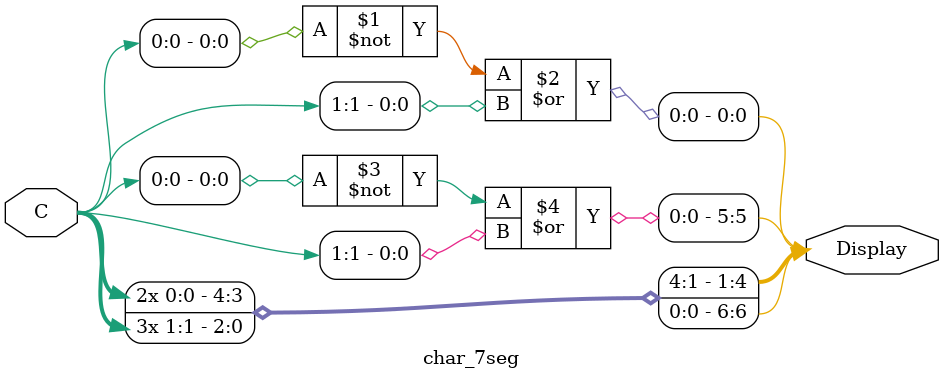
<source format=v>
module part6 (SW, LEDR, HEX5, HEX4, HEX3, HEX2, HEX1, HEX0);

	input [9:0] SW; // slide switches
	output [9:0] LEDR; // red lights
	output [0:6] HEX5, HEX4, HEX3, HEX2, HEX1, HEX0; // 7-seg display
	wire [1:0] M5, M4, M3, M2, M1, M0;
	
	mux_2bit_6to1 U5 (SW[9:7], SW[2:1], SW[2:1], SW[2:1], SW[5:4], SW[3:2], SW[1:0], M5);
	char_7seg H5 (M5, HEX5);
	
	mux_2bit_6to1 U4 (SW[9:7], SW[2:1], SW[2:1], SW[5:4], SW[3:2], SW[1:0], SW[2:1], M4);
	char_7seg H4 (M4, HEX4);
	
	mux_2bit_6to1 U3 (SW[9:7], SW[2:1], SW[5:4], SW[3:2], SW[1:0], SW[2:1], SW[2:1], M3);
	char_7seg H3 (M3, HEX3);
	
	mux_2bit_6to1 U2 (SW[9:7], SW[5:4], SW[3:2], SW[1:0], SW[2:1], SW[2:1], SW[2:1], M2);
	char_7seg H2 (M2, HEX2);
	
	mux_2bit_6to1 U1 (SW[9:7], SW[3:2], SW[1:0], SW[2:1], SW[2:1], SW[2:1], SW[5:4], M1);
	char_7seg H1 (M1, HEX1);
	
	mux_2bit_6to1 U0 (SW[9:7], SW[1:0], SW[2:1], SW[2:1], SW[2:1], SW[5:4], SW[3:2], M0);
	char_7seg H0 (M0, HEX0);
	
	assign LEDR = SW;

endmodule



// implements a 2-bit wide 6-to-1 multiplexer
module mux_2bit_6to1 (S, U, V, W, X, Y, Z, M);
	input [2:0] S;
	input [1:0] U, V, W, X, Y, Z ;
	output [1:0] M; 
	
	assign M[0] = (~S[2] & ~S[1] & ~S[0] & U[0]) | (~S[2] & ~S[1] & S[0] & V[0]) | (~S[2] & S[1] & ~S[0] & W[0]) | (~S[2] & S[1] & S[0] & X[0]) | (S[2] & ~S[1] & ~S[0] & Y[0]) | (S[2] & ~S[1] & S[0] & Z[0]);
	assign M[1] = (~S[2] & ~S[1] & ~S[0] & U[1]) | (~S[2] & ~S[1] & S[0] & V[1]) | (~S[2] & S[1] & ~S[0] & W[1]) | (~S[2] & S[1] & S[0] & X[1]) | (S[2] & ~S[1] & ~S[0] & Y[1]) | (S[2] & ~S[1] & S[0] & Z[1]);	
	
endmodule


// implements a 7-segment decoder for d, E, 1 and ‘blank’
module char_7seg (C, Display);
	input [1:0] C; // input code
	output [0:6] Display; // output 7-seg code

	assign Display[0] = ~C[0] | C[1];
	assign Display[1] = C[0];
	assign Display[2] = C[0];
	assign Display[3] = C[1];
	assign Display[4] = C[1];
	assign Display[5] = ~C[0] | C[1];
	assign Display[6] = C[1];
	
endmodule

</source>
